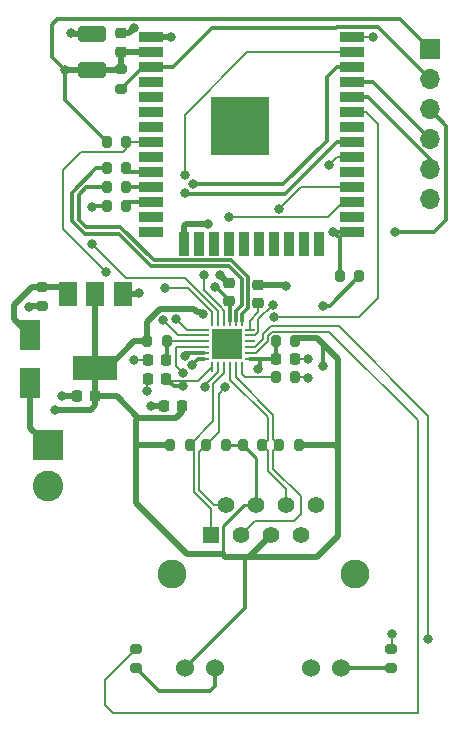
<source format=gbr>
%TF.GenerationSoftware,KiCad,Pcbnew,6.0.4*%
%TF.CreationDate,2022-06-16T01:35:27+03:00*%
%TF.ProjectId,MULTIGW,4d554c54-4947-4572-9e6b-696361645f70,rev?*%
%TF.SameCoordinates,Original*%
%TF.FileFunction,Copper,L1,Top*%
%TF.FilePolarity,Positive*%
%FSLAX46Y46*%
G04 Gerber Fmt 4.6, Leading zero omitted, Abs format (unit mm)*
G04 Created by KiCad (PCBNEW 6.0.4) date 2022-06-16 01:35:27*
%MOMM*%
%LPD*%
G01*
G04 APERTURE LIST*
G04 Aperture macros list*
%AMRoundRect*
0 Rectangle with rounded corners*
0 $1 Rounding radius*
0 $2 $3 $4 $5 $6 $7 $8 $9 X,Y pos of 4 corners*
0 Add a 4 corners polygon primitive as box body*
4,1,4,$2,$3,$4,$5,$6,$7,$8,$9,$2,$3,0*
0 Add four circle primitives for the rounded corners*
1,1,$1+$1,$2,$3*
1,1,$1+$1,$4,$5*
1,1,$1+$1,$6,$7*
1,1,$1+$1,$8,$9*
0 Add four rect primitives between the rounded corners*
20,1,$1+$1,$2,$3,$4,$5,0*
20,1,$1+$1,$4,$5,$6,$7,0*
20,1,$1+$1,$6,$7,$8,$9,0*
20,1,$1+$1,$8,$9,$2,$3,0*%
G04 Aperture macros list end*
%TA.AperFunction,SMDPad,CuDef*%
%ADD10RoundRect,0.200000X-0.275000X0.200000X-0.275000X-0.200000X0.275000X-0.200000X0.275000X0.200000X0*%
%TD*%
%TA.AperFunction,SMDPad,CuDef*%
%ADD11RoundRect,0.200000X0.200000X0.275000X-0.200000X0.275000X-0.200000X-0.275000X0.200000X-0.275000X0*%
%TD*%
%TA.AperFunction,SMDPad,CuDef*%
%ADD12RoundRect,0.200000X-0.200000X-0.275000X0.200000X-0.275000X0.200000X0.275000X-0.200000X0.275000X0*%
%TD*%
%TA.AperFunction,SMDPad,CuDef*%
%ADD13RoundRect,0.062500X0.350000X0.062500X-0.350000X0.062500X-0.350000X-0.062500X0.350000X-0.062500X0*%
%TD*%
%TA.AperFunction,SMDPad,CuDef*%
%ADD14RoundRect,0.062500X0.062500X0.350000X-0.062500X0.350000X-0.062500X-0.350000X0.062500X-0.350000X0*%
%TD*%
%TA.AperFunction,SMDPad,CuDef*%
%ADD15R,2.600000X2.600000*%
%TD*%
%TA.AperFunction,SMDPad,CuDef*%
%ADD16RoundRect,0.250000X0.925000X-0.412500X0.925000X0.412500X-0.925000X0.412500X-0.925000X-0.412500X0*%
%TD*%
%TA.AperFunction,SMDPad,CuDef*%
%ADD17RoundRect,0.225000X0.225000X0.250000X-0.225000X0.250000X-0.225000X-0.250000X0.225000X-0.250000X0*%
%TD*%
%TA.AperFunction,SMDPad,CuDef*%
%ADD18R,2.000000X0.900000*%
%TD*%
%TA.AperFunction,SMDPad,CuDef*%
%ADD19R,0.900000X2.000000*%
%TD*%
%TA.AperFunction,SMDPad,CuDef*%
%ADD20R,5.000000X5.000000*%
%TD*%
%TA.AperFunction,SMDPad,CuDef*%
%ADD21RoundRect,0.225000X-0.225000X-0.250000X0.225000X-0.250000X0.225000X0.250000X-0.225000X0.250000X0*%
%TD*%
%TA.AperFunction,SMDPad,CuDef*%
%ADD22RoundRect,0.225000X-0.250000X0.225000X-0.250000X-0.225000X0.250000X-0.225000X0.250000X0.225000X0*%
%TD*%
%TA.AperFunction,SMDPad,CuDef*%
%ADD23RoundRect,0.200000X0.275000X-0.200000X0.275000X0.200000X-0.275000X0.200000X-0.275000X-0.200000X0*%
%TD*%
%TA.AperFunction,ComponentPad*%
%ADD24R,1.700000X1.700000*%
%TD*%
%TA.AperFunction,ComponentPad*%
%ADD25O,1.700000X1.700000*%
%TD*%
%TA.AperFunction,ComponentPad*%
%ADD26R,2.600000X2.600000*%
%TD*%
%TA.AperFunction,ComponentPad*%
%ADD27C,2.600000*%
%TD*%
%TA.AperFunction,SMDPad,CuDef*%
%ADD28RoundRect,0.225000X0.250000X-0.225000X0.250000X0.225000X-0.250000X0.225000X-0.250000X-0.225000X0*%
%TD*%
%TA.AperFunction,SMDPad,CuDef*%
%ADD29R,1.800000X2.500000*%
%TD*%
%TA.AperFunction,ComponentPad*%
%ADD30R,1.398000X1.398000*%
%TD*%
%TA.AperFunction,ComponentPad*%
%ADD31C,1.398000*%
%TD*%
%TA.AperFunction,ComponentPad*%
%ADD32C,1.530000*%
%TD*%
%TA.AperFunction,ComponentPad*%
%ADD33C,2.445000*%
%TD*%
%TA.AperFunction,SMDPad,CuDef*%
%ADD34R,1.500000X2.000000*%
%TD*%
%TA.AperFunction,SMDPad,CuDef*%
%ADD35R,3.800000X2.000000*%
%TD*%
%TA.AperFunction,ViaPad*%
%ADD36C,0.800000*%
%TD*%
%TA.AperFunction,Conductor*%
%ADD37C,0.500000*%
%TD*%
%TA.AperFunction,Conductor*%
%ADD38C,0.200000*%
%TD*%
%TA.AperFunction,Conductor*%
%ADD39C,0.300000*%
%TD*%
%TA.AperFunction,Conductor*%
%ADD40C,0.250000*%
%TD*%
G04 APERTURE END LIST*
D10*
%TO.P,R14,1*%
%TO.N,/PHY_L1*%
X128500000Y-113525000D03*
%TO.P,R14,2*%
%TO.N,Net-(J1-Pad12)*%
X128500000Y-115175000D03*
%TD*%
D11*
%TO.P,L1,1*%
%TO.N,+3V3*%
X120425000Y-87500000D03*
%TO.P,L1,2*%
%TO.N,Net-(C10-Pad1)*%
X118775000Y-87500000D03*
%TD*%
D12*
%TO.P,R11,1*%
%TO.N,Net-(R11-Pad1)*%
X118775000Y-90550000D03*
%TO.P,R11,2*%
%TO.N,GND*%
X120425000Y-90550000D03*
%TD*%
D11*
%TO.P,R9,1*%
%TO.N,/ETH_RXD1*%
X106125000Y-74460000D03*
%TO.P,R9,2*%
%TO.N,Net-(R9-Pad2)*%
X104475000Y-74460000D03*
%TD*%
D13*
%TO.P,U3,1,VDD2A*%
%TO.N,Net-(C10-Pad1)*%
X116587500Y-89000000D03*
%TO.P,U3,2,LED2/nINTSEL*%
%TO.N,/PHY_L2*%
X116587500Y-88500000D03*
%TO.P,U3,3,LED1/REGOFF*%
%TO.N,/PHY_L1*%
X116587500Y-88000000D03*
%TO.P,U3,4,XTAL2*%
%TO.N,unconnected-(U3-Pad4)*%
X116587500Y-87500000D03*
%TO.P,U3,5,XTAL1/CLKIN*%
%TO.N,/ETH_CLK*%
X116587500Y-87000000D03*
%TO.P,U3,6,VDDCR*%
%TO.N,/VDDCR*%
X116587500Y-86500000D03*
D14*
%TO.P,U3,7,RXD1/MODE1*%
%TO.N,Net-(R9-Pad2)*%
X115900000Y-85812500D03*
%TO.P,U3,8,RXD0/MODE0*%
%TO.N,Net-(R8-Pad2)*%
X115400000Y-85812500D03*
%TO.P,U3,9,VDDIO*%
%TO.N,+3V3*%
X114900000Y-85812500D03*
%TO.P,U3,10,RXER/PHYAD0*%
%TO.N,/PHY_RXER*%
X114400000Y-85812500D03*
%TO.P,U3,11,CRS_DV/MODE2*%
%TO.N,Net-(R10-Pad2)*%
X113900000Y-85812500D03*
%TO.P,U3,12,MDIO*%
%TO.N,/ETH_MDIO*%
X113400000Y-85812500D03*
D13*
%TO.P,U3,13,MDC*%
%TO.N,/ETH_MDC*%
X112712500Y-86500000D03*
%TO.P,U3,14,INT/REFCLKO*%
%TO.N,/PHY_INT*%
X112712500Y-87000000D03*
%TO.P,U3,15,RST*%
%TO.N,/PHY_RST*%
X112712500Y-87500000D03*
%TO.P,U3,16,TXEN*%
%TO.N,/ETH_TXEN*%
X112712500Y-88000000D03*
%TO.P,U3,17,TXD0*%
%TO.N,/ETH_TXD0*%
X112712500Y-88500000D03*
%TO.P,U3,18,TXD1*%
%TO.N,/ETH_TXD1*%
X112712500Y-89000000D03*
D14*
%TO.P,U3,19,VDD1A*%
%TO.N,Net-(C10-Pad1)*%
X113400000Y-89687500D03*
%TO.P,U3,20,TXN*%
%TO.N,/TX-*%
X113900000Y-89687500D03*
%TO.P,U3,21,TXP*%
%TO.N,/TX+*%
X114400000Y-89687500D03*
%TO.P,U3,22,RXN*%
%TO.N,/RX-*%
X114900000Y-89687500D03*
%TO.P,U3,23,RXP*%
%TO.N,/RX+*%
X115400000Y-89687500D03*
%TO.P,U3,24,RBIAS*%
%TO.N,Net-(R11-Pad1)*%
X115900000Y-89687500D03*
D15*
%TO.P,U3,25,VSS*%
%TO.N,GND*%
X114650000Y-87750000D03*
%TD*%
D16*
%TO.P,C4,1*%
%TO.N,+3V3*%
X103200000Y-64537500D03*
%TO.P,C4,2*%
%TO.N,GND*%
X103200000Y-61462500D03*
%TD*%
D17*
%TO.P,C2,1*%
%TO.N,+3V3*%
X103475000Y-92100000D03*
%TO.P,C2,2*%
%TO.N,GND*%
X101925000Y-92100000D03*
%TD*%
D18*
%TO.P,U2,1,GND*%
%TO.N,GND*%
X108240000Y-61755000D03*
%TO.P,U2,2,VDD*%
%TO.N,+3V3*%
X108240000Y-63025000D03*
%TO.P,U2,3,EN*%
%TO.N,/EN*%
X108240000Y-64295000D03*
%TO.P,U2,4,SENSOR_VP*%
%TO.N,unconnected-(U2-Pad4)*%
X108240000Y-65565000D03*
%TO.P,U2,5,SENSOR_VN*%
%TO.N,unconnected-(U2-Pad5)*%
X108240000Y-66835000D03*
%TO.P,U2,6,IO34*%
%TO.N,unconnected-(U2-Pad6)*%
X108240000Y-68105000D03*
%TO.P,U2,7,IO35*%
%TO.N,unconnected-(U2-Pad7)*%
X108240000Y-69375000D03*
%TO.P,U2,8,IO32*%
%TO.N,/PHY_INT*%
X108240000Y-70645000D03*
%TO.P,U2,9,IO33*%
%TO.N,unconnected-(U2-Pad9)*%
X108240000Y-71915000D03*
%TO.P,U2,10,IO25*%
%TO.N,/ETH_RXD0*%
X108240000Y-73185000D03*
%TO.P,U2,11,IO26*%
%TO.N,/ETH_RXD1*%
X108240000Y-74455000D03*
%TO.P,U2,12,IO27*%
%TO.N,/ETH_CRS_DV*%
X108240000Y-75725000D03*
%TO.P,U2,13,IO14*%
%TO.N,unconnected-(U2-Pad13)*%
X108240000Y-76995000D03*
%TO.P,U2,14,IO12*%
%TO.N,unconnected-(U2-Pad14)*%
X108240000Y-78265000D03*
D19*
%TO.P,U2,15,GND*%
%TO.N,GND*%
X111025000Y-79265000D03*
%TO.P,U2,16,IO13*%
%TO.N,unconnected-(U2-Pad16)*%
X112295000Y-79265000D03*
%TO.P,U2,17,SHD/SD2*%
%TO.N,unconnected-(U2-Pad17)*%
X113565000Y-79265000D03*
%TO.P,U2,18,SWP/SD3*%
%TO.N,unconnected-(U2-Pad18)*%
X114835000Y-79265000D03*
%TO.P,U2,19,SCS/CMD*%
%TO.N,unconnected-(U2-Pad19)*%
X116105000Y-79265000D03*
%TO.P,U2,20,SCK/CLK*%
%TO.N,unconnected-(U2-Pad20)*%
X117375000Y-79265000D03*
%TO.P,U2,21,SDO/SD0*%
%TO.N,unconnected-(U2-Pad21)*%
X118645000Y-79265000D03*
%TO.P,U2,22,SDI/SD1*%
%TO.N,unconnected-(U2-Pad22)*%
X119915000Y-79265000D03*
%TO.P,U2,23,IO15*%
%TO.N,unconnected-(U2-Pad23)*%
X121185000Y-79265000D03*
%TO.P,U2,24,IO2*%
%TO.N,unconnected-(U2-Pad24)*%
X122455000Y-79265000D03*
D18*
%TO.P,U2,25,IO0*%
%TO.N,/BOOT0*%
X125240000Y-78265000D03*
%TO.P,U2,26,IO4*%
%TO.N,unconnected-(U2-Pad26)*%
X125240000Y-76995000D03*
%TO.P,U2,27,IO16*%
%TO.N,/PHY_RXER*%
X125240000Y-75725000D03*
%TO.P,U2,28,IO17*%
%TO.N,/ETH_CLK*%
X125240000Y-74455000D03*
%TO.P,U2,29,IO5*%
%TO.N,unconnected-(U2-Pad29)*%
X125240000Y-73185000D03*
%TO.P,U2,30,IO18*%
%TO.N,/ETH_MDIO*%
X125240000Y-71915000D03*
%TO.P,U2,31,IO19*%
%TO.N,/ETH_TXD0*%
X125240000Y-70645000D03*
%TO.P,U2,32,NC*%
%TO.N,unconnected-(U2-Pad32)*%
X125240000Y-69375000D03*
%TO.P,U2,33,IO21*%
%TO.N,/ETH_TXEN*%
X125240000Y-68105000D03*
%TO.P,U2,34,RXD0/IO3*%
%TO.N,/RX*%
X125240000Y-66835000D03*
%TO.P,U2,35,TXD0/IO1*%
%TO.N,/TX*%
X125240000Y-65565000D03*
%TO.P,U2,36,IO22*%
%TO.N,/ETH_TXD1*%
X125240000Y-64295000D03*
%TO.P,U2,37,IO23*%
%TO.N,/ETH_MDC*%
X125240000Y-63025000D03*
%TO.P,U2,38,GND*%
%TO.N,GND*%
X125240000Y-61755000D03*
D20*
%TO.P,U2,39,GND*%
X115740000Y-69255000D03*
%TD*%
D21*
%TO.P,C8,1*%
%TO.N,Net-(C10-Pad1)*%
X118825000Y-89000000D03*
%TO.P,C8,2*%
%TO.N,GND*%
X120375000Y-89000000D03*
%TD*%
D22*
%TO.P,C7,1*%
%TO.N,GND*%
X114800000Y-82525000D03*
%TO.P,C7,2*%
%TO.N,+3V3*%
X114800000Y-84075000D03*
%TD*%
D23*
%TO.P,R6,1*%
%TO.N,/EN*%
X105700000Y-66125000D03*
%TO.P,R6,2*%
%TO.N,+3V3*%
X105700000Y-64475000D03*
%TD*%
D12*
%TO.P,R3,1*%
%TO.N,/RX+*%
X119075000Y-96300000D03*
%TO.P,R3,2*%
%TO.N,+3V3*%
X120725000Y-96300000D03*
%TD*%
D10*
%TO.P,R5,1*%
%TO.N,/PHY_L2*%
X106950000Y-113525000D03*
%TO.P,R5,2*%
%TO.N,Net-(J1-Pad10)*%
X106950000Y-115175000D03*
%TD*%
D24*
%TO.P,J2,1,Pin_1*%
%TO.N,+3V3*%
X131800000Y-62750000D03*
D25*
%TO.P,J2,2,Pin_2*%
%TO.N,/EN*%
X131800000Y-65290000D03*
%TO.P,J2,3,Pin_3*%
%TO.N,/BOOT0*%
X131800000Y-67830000D03*
%TO.P,J2,4,Pin_4*%
%TO.N,/TX*%
X131800000Y-70370000D03*
%TO.P,J2,5,Pin_5*%
%TO.N,/RX*%
X131800000Y-72910000D03*
%TO.P,J2,6,Pin_6*%
%TO.N,GND*%
X131800000Y-75450000D03*
%TD*%
D11*
%TO.P,R8,1*%
%TO.N,/ETH_RXD0*%
X106125000Y-72860000D03*
%TO.P,R8,2*%
%TO.N,Net-(R8-Pad2)*%
X104475000Y-72860000D03*
%TD*%
D26*
%TO.P,J3,1,Pin_1*%
%TO.N,VBUS*%
X99455000Y-96250000D03*
D27*
%TO.P,J3,2,Pin_2*%
%TO.N,GND*%
X99455000Y-99750000D03*
%TD*%
D28*
%TO.P,C3,1*%
%TO.N,+3V3*%
X105700000Y-62975000D03*
%TO.P,C3,2*%
%TO.N,GND*%
X105700000Y-61425000D03*
%TD*%
D10*
%TO.P,C1,1*%
%TO.N,Net-(C1-Pad1)*%
X99000000Y-82875000D03*
%TO.P,C1,2*%
%TO.N,GND*%
X99000000Y-84525000D03*
%TD*%
D21*
%TO.P,C6,1*%
%TO.N,GND*%
X109275000Y-92950000D03*
%TO.P,C6,2*%
%TO.N,+3V3*%
X110825000Y-92950000D03*
%TD*%
D29*
%TO.P,D1,1,K*%
%TO.N,Net-(C1-Pad1)*%
X98000000Y-87000000D03*
%TO.P,D1,2,A*%
%TO.N,VBUS*%
X98000000Y-91000000D03*
%TD*%
D12*
%TO.P,R7,1*%
%TO.N,/BOOT0*%
X124175000Y-82000000D03*
%TO.P,R7,2*%
%TO.N,+3V3*%
X125825000Y-82000000D03*
%TD*%
D11*
%TO.P,R10,1*%
%TO.N,/ETH_CRS_DV*%
X106125000Y-76060000D03*
%TO.P,R10,2*%
%TO.N,Net-(R10-Pad2)*%
X104475000Y-76060000D03*
%TD*%
D30*
%TO.P,J1,1*%
%TO.N,/TX+*%
X113250000Y-103900000D03*
D31*
%TO.P,J1,2*%
%TO.N,/TX-*%
X114520000Y-101360000D03*
%TO.P,J1,3*%
%TO.N,/RX+*%
X115790000Y-103900000D03*
%TO.P,J1,4*%
%TO.N,+3V3*%
X117060000Y-101360000D03*
%TO.P,J1,5*%
X118330000Y-103900000D03*
%TO.P,J1,6*%
%TO.N,/RX-*%
X119600000Y-101360000D03*
%TO.P,J1,7*%
%TO.N,N/C*%
X120870000Y-103900000D03*
%TO.P,J1,8*%
%TO.N,GND*%
X122140000Y-101360000D03*
D32*
%TO.P,J1,9*%
%TO.N,+3V3*%
X111075000Y-115150000D03*
%TO.P,J1,10*%
%TO.N,Net-(J1-Pad10)*%
X113615000Y-115150000D03*
%TO.P,J1,11*%
%TO.N,GND*%
X121785000Y-115150000D03*
%TO.P,J1,12*%
%TO.N,Net-(J1-Pad12)*%
X124325000Y-115150000D03*
D33*
%TO.P,J1,15,SHIELD*%
%TO.N,GND*%
X109955000Y-107200000D03*
%TO.P,J1,16,SHIELD*%
X125445000Y-107200000D03*
%TD*%
D11*
%TO.P,R1,1*%
%TO.N,/TX+*%
X111475000Y-96300000D03*
%TO.P,R1,2*%
%TO.N,+3V3*%
X109825000Y-96300000D03*
%TD*%
D12*
%TO.P,R2,1*%
%TO.N,/TX-*%
X112875000Y-96300000D03*
%TO.P,R2,2*%
%TO.N,+3V3*%
X114525000Y-96300000D03*
%TD*%
D17*
%TO.P,C10,1*%
%TO.N,Net-(C10-Pad1)*%
X109475000Y-90650000D03*
%TO.P,C10,2*%
%TO.N,GND*%
X107925000Y-90650000D03*
%TD*%
D11*
%TO.P,R4,1*%
%TO.N,/RX-*%
X117625000Y-96300000D03*
%TO.P,R4,2*%
%TO.N,+3V3*%
X115975000Y-96300000D03*
%TD*%
%TO.P,R13,1*%
%TO.N,/PHY_INT*%
X106125000Y-70600000D03*
%TO.P,R13,2*%
%TO.N,+3V3*%
X104475000Y-70600000D03*
%TD*%
D28*
%TO.P,C9,1*%
%TO.N,/VDDCR*%
X117300000Y-84275000D03*
%TO.P,C9,2*%
%TO.N,GND*%
X117300000Y-82725000D03*
%TD*%
D34*
%TO.P,U1,1,GND*%
%TO.N,GND*%
X105800000Y-83450000D03*
%TO.P,U1,2,VO*%
%TO.N,+3V3*%
X103500000Y-83450000D03*
D35*
X103500000Y-89750000D03*
D34*
%TO.P,U1,3,VI*%
%TO.N,Net-(C1-Pad1)*%
X101200000Y-83450000D03*
%TD*%
D12*
%TO.P,R12,1*%
%TO.N,+3V3*%
X107875000Y-87500000D03*
%TO.P,R12,2*%
%TO.N,/PHY_RST*%
X109525000Y-87500000D03*
%TD*%
D17*
%TO.P,C11,1*%
%TO.N,/PHY_RST*%
X109475000Y-89050000D03*
%TO.P,C11,2*%
%TO.N,GND*%
X107925000Y-89050000D03*
%TD*%
D36*
%TO.N,GND*%
X97900000Y-84600000D03*
X127000000Y-61700000D03*
X100700000Y-92100000D03*
X106800000Y-61000000D03*
X107200000Y-83400000D03*
X114049536Y-81863522D03*
X109900000Y-61700000D03*
X121500000Y-89000000D03*
X121500000Y-90600000D03*
X108200000Y-93000000D03*
X114700000Y-87800000D03*
X101400000Y-61400000D03*
X106800000Y-89100000D03*
X107900000Y-91700000D03*
X113000000Y-77600000D03*
X119600000Y-82800000D03*
X115800000Y-69200000D03*
%TO.N,+3V3*%
X113600000Y-82900000D03*
X112573470Y-85184484D03*
X100100000Y-93300000D03*
X100900000Y-64500000D03*
X122800000Y-89600000D03*
X122800000Y-84500000D03*
%TO.N,Net-(C10-Pad1)*%
X117300000Y-89800000D03*
X110900000Y-91300000D03*
%TO.N,/TX-*%
X112800500Y-91399011D03*
X114500000Y-91400000D03*
%TO.N,/PHY_L1*%
X128600000Y-112300000D03*
X131700000Y-112700000D03*
%TO.N,/BOOT0*%
X128900000Y-78200000D03*
X123600000Y-78200000D03*
%TO.N,Net-(R10-Pad2)*%
X103200000Y-76100000D03*
X103200000Y-79300000D03*
%TO.N,/PHY_INT*%
X104400000Y-81600000D03*
X109200000Y-85700000D03*
%TO.N,/PHY_RXER*%
X114800000Y-77000000D03*
X112700000Y-81863534D03*
%TO.N,/ETH_CLK*%
X118500000Y-84400000D03*
X119059788Y-76300500D03*
%TO.N,/ETH_MDIO*%
X123300000Y-72600000D03*
X109400000Y-83000000D03*
%TO.N,/ETH_TXD0*%
X111082456Y-88699500D03*
X111062647Y-74924053D03*
%TO.N,/ETH_TXEN*%
X118600000Y-85400000D03*
X110900000Y-90200000D03*
%TO.N,/ETH_TXD1*%
X111692948Y-89490894D03*
X111800000Y-74200000D03*
%TO.N,/ETH_MDC*%
X110357360Y-85612829D03*
X111100000Y-73400000D03*
%TD*%
D37*
%TO.N,Net-(C1-Pad1)*%
X96600000Y-84400000D02*
X98125000Y-82875000D01*
X96600000Y-85600000D02*
X96600000Y-84400000D01*
X98125000Y-82875000D02*
X99000000Y-82875000D01*
X98000000Y-87000000D02*
X96600000Y-85600000D01*
X100625000Y-82875000D02*
X101200000Y-83450000D01*
X99000000Y-82875000D02*
X100625000Y-82875000D01*
%TO.N,GND*%
X103200000Y-61462500D02*
X101462500Y-61462500D01*
X105700000Y-61425000D02*
X106375000Y-61425000D01*
X101462500Y-61462500D02*
X101400000Y-61400000D01*
X111025000Y-79265000D02*
X111025000Y-77765000D01*
D38*
X120425000Y-90550000D02*
X121450000Y-90550000D01*
X121450000Y-90550000D02*
X121500000Y-90600000D01*
D37*
X107150000Y-83450000D02*
X107200000Y-83400000D01*
X101925000Y-92100000D02*
X100700000Y-92100000D01*
X105800000Y-83450000D02*
X107150000Y-83450000D01*
X108250000Y-92950000D02*
X108200000Y-93000000D01*
X106375000Y-61425000D02*
X106800000Y-61000000D01*
X114800000Y-82525000D02*
X114711014Y-82525000D01*
D38*
X107925000Y-90650000D02*
X107900000Y-90675000D01*
D37*
X119525000Y-82725000D02*
X119600000Y-82800000D01*
X114711014Y-82525000D02*
X114049536Y-81863522D01*
D38*
X125240000Y-61755000D02*
X126945000Y-61755000D01*
D37*
X109275000Y-92950000D02*
X108250000Y-92950000D01*
X111025000Y-77765000D02*
X111190000Y-77600000D01*
D38*
X107900000Y-90675000D02*
X107900000Y-91700000D01*
D37*
X108240000Y-61755000D02*
X109845000Y-61755000D01*
X109845000Y-61755000D02*
X109900000Y-61700000D01*
D38*
X126945000Y-61755000D02*
X127000000Y-61700000D01*
X107925000Y-89050000D02*
X106850000Y-89050000D01*
D37*
X99000000Y-84525000D02*
X97975000Y-84525000D01*
X117300000Y-82725000D02*
X119525000Y-82725000D01*
D38*
X120375000Y-89000000D02*
X121500000Y-89000000D01*
X106850000Y-89050000D02*
X106800000Y-89100000D01*
D37*
X97975000Y-84525000D02*
X97900000Y-84600000D01*
X111190000Y-77600000D02*
X113000000Y-77600000D01*
%TO.N,+3V3*%
X105637500Y-64537500D02*
X105700000Y-64475000D01*
X114500000Y-105750000D02*
X114277989Y-105527989D01*
X114277989Y-105527989D02*
X111277989Y-105527989D01*
X120700009Y-87224991D02*
X120425000Y-87500000D01*
X116250000Y-105750000D02*
X116150000Y-105750000D01*
X107875000Y-87500000D02*
X107875000Y-85823623D01*
D39*
X99800000Y-63400000D02*
X100900000Y-64500000D01*
D37*
X110350000Y-93950000D02*
X110825000Y-93475000D01*
D39*
X114900000Y-84175000D02*
X114800000Y-84075000D01*
X100249501Y-60250499D02*
X99800000Y-60700000D01*
D37*
X124000000Y-104000000D02*
X124000000Y-98000000D01*
X106900000Y-101150000D02*
X106900000Y-96200000D01*
X122250000Y-105750000D02*
X124000000Y-104000000D01*
X111877711Y-84763328D02*
X112101572Y-84987190D01*
X103475000Y-92100000D02*
X103475000Y-92925000D01*
D39*
X125825000Y-82000000D02*
X123325000Y-84500000D01*
D40*
X117060000Y-97385000D02*
X117060000Y-101360000D01*
X117060000Y-101360000D02*
X116071465Y-101360000D01*
D37*
X103162500Y-64500000D02*
X103200000Y-64537500D01*
X103500000Y-92075000D02*
X103475000Y-92100000D01*
D39*
X114800000Y-84075000D02*
X114800000Y-84012493D01*
X123325000Y-84500000D02*
X122800000Y-84500000D01*
D40*
X114525000Y-96300000D02*
X115975000Y-96300000D01*
D37*
X124000000Y-96500000D02*
X123800000Y-96300000D01*
X103500000Y-89750000D02*
X104550000Y-89750000D01*
X106900000Y-96200000D02*
X106900000Y-94200000D01*
D40*
X115975000Y-96300000D02*
X117060000Y-97385000D01*
D37*
X112376176Y-84987190D02*
X112573470Y-85184484D01*
X112101572Y-84987190D02*
X112376176Y-84987190D01*
X110825000Y-93475000D02*
X110825000Y-92950000D01*
D39*
X116150000Y-110075000D02*
X116150000Y-105750000D01*
D37*
X103500000Y-83450000D02*
X103500000Y-89750000D01*
X108935295Y-84763328D02*
X111877711Y-84763328D01*
D39*
X100900000Y-67025000D02*
X100900000Y-64500000D01*
D37*
X103475000Y-92925000D02*
X103100000Y-93300000D01*
X105700000Y-62975000D02*
X108190000Y-62975000D01*
X105700000Y-64475000D02*
X105700000Y-62975000D01*
X116250000Y-105750000D02*
X122250000Y-105750000D01*
X116150000Y-105750000D02*
X114500000Y-105750000D01*
X123800000Y-96300000D02*
X120725000Y-96300000D01*
D39*
X131800000Y-62750000D02*
X129300499Y-60250499D01*
X122800000Y-89600000D02*
X122800000Y-88000000D01*
D37*
X122224991Y-87224991D02*
X120700009Y-87224991D01*
X109825000Y-96300000D02*
X107000000Y-96300000D01*
X124000000Y-89000000D02*
X122900000Y-87900000D01*
X124000000Y-96500000D02*
X124000000Y-89000000D01*
X107875000Y-85823623D02*
X108935295Y-84763328D01*
X107000000Y-96300000D02*
X106900000Y-96200000D01*
D39*
X129300499Y-60250499D02*
X100249501Y-60250499D01*
X111075000Y-115150000D02*
X116150000Y-110075000D01*
D37*
X106900000Y-94200000D02*
X107150000Y-93950000D01*
D39*
X114800000Y-84012493D02*
X113687507Y-82900000D01*
X113687507Y-82900000D02*
X113600000Y-82900000D01*
X99800000Y-60700000D02*
X99800000Y-63400000D01*
D37*
X100900000Y-64500000D02*
X103162500Y-64500000D01*
X103500000Y-89750000D02*
X103500000Y-92075000D01*
X103100000Y-93300000D02*
X100100000Y-93300000D01*
X116480000Y-105750000D02*
X116250000Y-105750000D01*
D40*
X116071465Y-101360000D02*
X114277989Y-103153476D01*
D37*
X124000000Y-98000000D02*
X124000000Y-96500000D01*
X103200000Y-64537500D02*
X105637500Y-64537500D01*
X107150000Y-93950000D02*
X110350000Y-93950000D01*
D39*
X114900000Y-85812500D02*
X114900000Y-84175000D01*
D40*
X114277989Y-103153476D02*
X114277989Y-105527989D01*
D39*
X122800000Y-88000000D02*
X122900000Y-87900000D01*
D37*
X103475000Y-92100000D02*
X105300000Y-92100000D01*
X118330000Y-103900000D02*
X116480000Y-105750000D01*
X106800000Y-87500000D02*
X107875000Y-87500000D01*
X108190000Y-62975000D02*
X108240000Y-63025000D01*
X111277989Y-105527989D02*
X106900000Y-101150000D01*
X104550000Y-89750000D02*
X106800000Y-87500000D01*
X105300000Y-92100000D02*
X107150000Y-93950000D01*
D39*
X104475000Y-70600000D02*
X100900000Y-67025000D01*
D37*
X122900000Y-87900000D02*
X122224991Y-87224991D01*
D38*
%TO.N,Net-(C10-Pad1)*%
X109475000Y-90650000D02*
X109724501Y-90899501D01*
X112187999Y-90899501D02*
X113400000Y-89687500D01*
D39*
X110900000Y-91300000D02*
X110125000Y-91300000D01*
X117400000Y-89700000D02*
X117300000Y-89800000D01*
D38*
X109724501Y-90899501D02*
X112187999Y-90899501D01*
D39*
X118775000Y-88950000D02*
X118825000Y-89000000D01*
X110125000Y-91300000D02*
X109475000Y-90650000D01*
X116587500Y-89000000D02*
X117400000Y-89000000D01*
X118775000Y-87500000D02*
X118775000Y-88950000D01*
X117400000Y-89000000D02*
X118825000Y-89000000D01*
X117400000Y-89000000D02*
X117400000Y-89700000D01*
D38*
%TO.N,/VDDCR*%
X117300000Y-85035006D02*
X117300000Y-84275000D01*
X116587500Y-85747506D02*
X117300000Y-85035006D01*
X116587500Y-86500000D02*
X116587500Y-85747506D01*
%TO.N,/PHY_RST*%
X112712500Y-87500000D02*
X109525000Y-87500000D01*
D39*
X109475000Y-89050000D02*
X109525000Y-89000000D01*
X109525000Y-89000000D02*
X109525000Y-87500000D01*
D37*
%TO.N,VBUS*%
X98000000Y-94795000D02*
X99455000Y-96250000D01*
X98000000Y-91000000D02*
X98000000Y-94795000D01*
D38*
%TO.N,/TX+*%
X113250000Y-103900000D02*
X113250000Y-101678199D01*
X111825000Y-96650000D02*
X111475000Y-96300000D01*
X111475000Y-96300000D02*
X113500000Y-94275000D01*
X111825000Y-100253199D02*
X111825000Y-96650000D01*
X114400000Y-90181800D02*
X114400000Y-89687500D01*
X113500000Y-94275000D02*
X113500000Y-91081800D01*
X113500000Y-91081800D02*
X114400000Y-90181800D01*
X113250000Y-101678199D02*
X111825000Y-100253199D01*
%TO.N,/TX-*%
X112800500Y-91211511D02*
X112800500Y-91399011D01*
X112275000Y-96900000D02*
X112875000Y-96300000D01*
X113977840Y-91922160D02*
X114500000Y-91400000D01*
X113900000Y-90112011D02*
X112800500Y-91211511D01*
X112875000Y-96300000D02*
X113977840Y-95197160D01*
X112275000Y-100066801D02*
X112275000Y-96900000D01*
X113568199Y-101360000D02*
X112275000Y-100066801D01*
X114520000Y-101360000D02*
X113568199Y-101360000D01*
X113977840Y-95197160D02*
X113977840Y-91922160D01*
X113900000Y-89687500D02*
X113900000Y-90112011D01*
%TO.N,/RX+*%
X115790000Y-103900000D02*
X116990000Y-102700000D01*
X120300000Y-102700000D02*
X120900000Y-102100000D01*
X116990000Y-102700000D02*
X120300000Y-102700000D01*
X118575001Y-96799999D02*
X119075000Y-96300000D01*
X115375001Y-89712499D02*
X115375001Y-90556801D01*
X120900000Y-102100000D02*
X120900000Y-100631800D01*
X118525000Y-93706800D02*
X118525000Y-95750000D01*
X115375001Y-90556801D02*
X118525000Y-93706800D01*
X120900000Y-100631800D02*
X118575001Y-98306801D01*
X115400000Y-89687500D02*
X115375001Y-89712499D01*
X118525000Y-95750000D02*
X119075000Y-96300000D01*
X118575001Y-98306801D02*
X118575001Y-96799999D01*
%TO.N,/RX-*%
X118124999Y-96799999D02*
X117625000Y-96300000D01*
X119600000Y-99968200D02*
X118124999Y-98493199D01*
X118075000Y-95850000D02*
X117625000Y-96300000D01*
X118075000Y-93893200D02*
X118075000Y-95850000D01*
X118124999Y-98493199D02*
X118124999Y-96799999D01*
X119600000Y-101360000D02*
X119600000Y-99968200D01*
X114900000Y-89687500D02*
X114924999Y-89712499D01*
X114924999Y-89712499D02*
X114924999Y-90743199D01*
X114924999Y-90743199D02*
X118075000Y-93893200D01*
D39*
%TO.N,Net-(J1-Pad10)*%
X113615000Y-116685000D02*
X113615000Y-115150000D01*
X108875000Y-117100000D02*
X113200000Y-117100000D01*
X113200000Y-117100000D02*
X113615000Y-116685000D01*
X106950000Y-115175000D02*
X108875000Y-117100000D01*
D38*
%TO.N,/PHY_L1*%
X124100000Y-86200000D02*
X131700000Y-93800000D01*
X116587500Y-88000000D02*
X117011973Y-88000000D01*
X131700000Y-93800000D02*
X131700000Y-112700000D01*
X128600000Y-113425000D02*
X128500000Y-113525000D01*
X117675969Y-87336004D02*
X117675970Y-86852609D01*
X117675970Y-86852609D02*
X118328579Y-86200000D01*
X117011973Y-88000000D02*
X117675969Y-87336004D01*
X128600000Y-112300000D02*
X128600000Y-113425000D01*
X118328579Y-86200000D02*
X124100000Y-86200000D01*
%TO.N,/PHY_L2*%
X130800000Y-119000000D02*
X105000000Y-119000000D01*
X104300000Y-118300000D02*
X104300000Y-116175000D01*
X118075479Y-87501487D02*
X118075479Y-87018094D01*
X117076966Y-88500000D02*
X118075479Y-87501487D01*
X130800000Y-94200000D02*
X130800000Y-119000000D01*
X104300000Y-116175000D02*
X106950000Y-113525000D01*
X116587500Y-88500000D02*
X117076966Y-88500000D01*
X118075479Y-87018094D02*
X118418093Y-86675480D01*
X105000000Y-119000000D02*
X104300000Y-118300000D01*
X118418093Y-86675480D02*
X123275480Y-86675480D01*
X123275480Y-86675480D02*
X130800000Y-94200000D01*
D39*
%TO.N,/EN*%
X107530000Y-64295000D02*
X108240000Y-64295000D01*
X113400000Y-61000000D02*
X123890489Y-61000000D01*
X108240000Y-64295000D02*
X110105000Y-64295000D01*
X123890489Y-61000000D02*
X123990489Y-60900000D01*
X105700000Y-66125000D02*
X107530000Y-64295000D01*
X127410000Y-60900000D02*
X131800000Y-65290000D01*
X123990489Y-60900000D02*
X127410000Y-60900000D01*
X110105000Y-64295000D02*
X113400000Y-61000000D01*
%TO.N,/BOOT0*%
X133200000Y-69230000D02*
X133200000Y-77200000D01*
X132200000Y-78200000D02*
X128900000Y-78200000D01*
X124175000Y-78775000D02*
X123600000Y-78200000D01*
X125175000Y-78200000D02*
X125240000Y-78265000D01*
X123600000Y-78200000D02*
X125175000Y-78200000D01*
X124175000Y-82000000D02*
X124175000Y-78775000D01*
X133200000Y-77200000D02*
X132200000Y-78200000D01*
X131800000Y-67830000D02*
X133200000Y-69230000D01*
%TO.N,/ETH_RXD0*%
X106450000Y-73185000D02*
X106125000Y-72860000D01*
X108240000Y-73185000D02*
X106450000Y-73185000D01*
%TO.N,Net-(R8-Pad2)*%
X115900000Y-82240045D02*
X114773978Y-81114022D01*
X105500000Y-78400000D02*
X102600000Y-78400000D01*
X114773978Y-81114022D02*
X108214022Y-81114022D01*
X101500000Y-74900000D02*
X103540000Y-72860000D01*
X101500000Y-77300000D02*
X101500000Y-74900000D01*
X115400000Y-84962493D02*
X115900000Y-84462493D01*
X115900000Y-84462493D02*
X115900000Y-82240045D01*
X102600000Y-78400000D02*
X101500000Y-77300000D01*
X108214022Y-81114022D02*
X105500000Y-78400000D01*
X115400000Y-85812500D02*
X115400000Y-84962493D01*
X103540000Y-72860000D02*
X104475000Y-72860000D01*
%TO.N,/ETH_RXD1*%
X106130000Y-74455000D02*
X106125000Y-74460000D01*
X108240000Y-74455000D02*
X106130000Y-74455000D01*
%TO.N,Net-(R9-Pad2)*%
X105625978Y-77800000D02*
X102706416Y-77800000D01*
X115900000Y-85200000D02*
X116400000Y-84700000D01*
X115900000Y-85812500D02*
X115900000Y-85200000D01*
X102100000Y-75100000D02*
X102740000Y-74460000D01*
X102706416Y-77800000D02*
X102100000Y-77193584D01*
X116400000Y-82033629D02*
X114980882Y-80614511D01*
X114980882Y-80614511D02*
X108440489Y-80614511D01*
X102100000Y-77193584D02*
X102100000Y-75100000D01*
X108440489Y-80614511D02*
X105625978Y-77800000D01*
X102740000Y-74460000D02*
X104475000Y-74460000D01*
X116400000Y-84700000D02*
X116400000Y-82033629D01*
%TO.N,/ETH_CRS_DV*%
X108240000Y-75725000D02*
X106460000Y-75725000D01*
X106460000Y-75725000D02*
X106125000Y-76060000D01*
%TO.N,Net-(R10-Pad2)*%
X103240000Y-76060000D02*
X103200000Y-76100000D01*
D38*
X111093712Y-82150489D02*
X106050489Y-82150489D01*
X113900000Y-84956776D02*
X111093712Y-82150489D01*
X106050489Y-82150489D02*
X103200000Y-79300000D01*
X113900000Y-85812500D02*
X113900000Y-84956776D01*
D39*
X104475000Y-76060000D02*
X103240000Y-76060000D01*
D38*
%TO.N,Net-(R11-Pad1)*%
X115900000Y-90300000D02*
X116150000Y-90550000D01*
X115900000Y-89687500D02*
X115900000Y-90300000D01*
X116150000Y-90550000D02*
X118775000Y-90550000D01*
%TO.N,/PHY_INT*%
X106125000Y-71175000D02*
X106125000Y-70600000D01*
X104400000Y-81600000D02*
X100800000Y-78000000D01*
X100800000Y-78000000D02*
X100800000Y-73000000D01*
X109206427Y-85700000D02*
X109200000Y-85700000D01*
X100800000Y-73000000D02*
X102300000Y-71500000D01*
X102300000Y-71500000D02*
X105800000Y-71500000D01*
X106125000Y-70600000D02*
X106170000Y-70645000D01*
X110506427Y-87000000D02*
X109206427Y-85700000D01*
X112712500Y-87000000D02*
X110506427Y-87000000D01*
X106170000Y-70645000D02*
X108240000Y-70645000D01*
X105800000Y-71500000D02*
X106125000Y-71175000D01*
%TO.N,/PHY_RXER*%
X112700000Y-83147106D02*
X112700000Y-81863534D01*
X113791461Y-84238564D02*
X113791458Y-84238564D01*
X124460978Y-75725000D02*
X125240000Y-75725000D01*
X114400000Y-84891783D02*
X114025484Y-84517267D01*
X123185978Y-77000000D02*
X124460978Y-75725000D01*
X114400000Y-85812500D02*
X114400000Y-84891783D01*
X114025484Y-84517267D02*
X114025484Y-84472587D01*
X114800000Y-77000000D02*
X123185978Y-77000000D01*
X113791458Y-84238564D02*
X112700000Y-83147106D01*
X114025484Y-84472587D02*
X113791461Y-84238564D01*
%TO.N,/ETH_CLK*%
X116587500Y-87000000D02*
X117011973Y-87000000D01*
X117011973Y-87000000D02*
X117299520Y-86712453D01*
X117299520Y-86712453D02*
X117299520Y-85600480D01*
X125240000Y-74455000D02*
X120905288Y-74455000D01*
X120905288Y-74455000D02*
X119059788Y-76300500D01*
X117299520Y-85600480D02*
X118500000Y-84400000D01*
%TO.N,/ETH_MDIO*%
X113400000Y-85021770D02*
X111378230Y-83000000D01*
X123985000Y-71915000D02*
X125240000Y-71915000D01*
X123300000Y-72600000D02*
X123985000Y-71915000D01*
X113400000Y-85812500D02*
X113400000Y-85021770D01*
X111378230Y-83000000D02*
X109400000Y-83000000D01*
D39*
%TO.N,/ETH_TXD0*%
X111281956Y-88500000D02*
X111082456Y-88699500D01*
X111138594Y-75000000D02*
X111062647Y-74924053D01*
X123940000Y-70645000D02*
X119585000Y-75000000D01*
X112712500Y-88500000D02*
X111281956Y-88500000D01*
X125240000Y-70645000D02*
X123940000Y-70645000D01*
X119585000Y-75000000D02*
X111138594Y-75000000D01*
D38*
%TO.N,/ETH_TXEN*%
X125800000Y-85400000D02*
X118600000Y-85400000D01*
X110900000Y-90200000D02*
X110300000Y-89600000D01*
X110300000Y-89600000D02*
X110300000Y-88000000D01*
X127400000Y-83800000D02*
X125800000Y-85400000D01*
X110300000Y-88000000D02*
X112712500Y-88000000D01*
X127400000Y-69065000D02*
X127400000Y-83800000D01*
X125240000Y-68105000D02*
X126440000Y-68105000D01*
X126440000Y-68105000D02*
X127400000Y-69065000D01*
D39*
%TO.N,/RX*%
X126540000Y-66835000D02*
X131800000Y-72095000D01*
X131800000Y-72095000D02*
X131800000Y-72910000D01*
X125240000Y-66835000D02*
X126540000Y-66835000D01*
%TO.N,/TX*%
X126995000Y-65565000D02*
X131800000Y-70370000D01*
X125240000Y-65565000D02*
X126995000Y-65565000D01*
%TO.N,/ETH_TXD1*%
X123100000Y-65135000D02*
X123940000Y-64295000D01*
X123940000Y-64295000D02*
X125240000Y-64295000D01*
X119400000Y-74200000D02*
X123100000Y-70500000D01*
X112183842Y-89000000D02*
X111692948Y-89490894D01*
X112712500Y-89000000D02*
X112183842Y-89000000D01*
X123100000Y-70500000D02*
X123100000Y-65135000D01*
X111800000Y-74200000D02*
X119400000Y-74200000D01*
D38*
%TO.N,/ETH_MDC*%
X116370978Y-63025000D02*
X125240000Y-63025000D01*
X112712500Y-86500000D02*
X111244531Y-86500000D01*
X111100000Y-73400000D02*
X111100000Y-68295978D01*
X111244531Y-86500000D02*
X110357360Y-85612829D01*
X111100000Y-68295978D02*
X116370978Y-63025000D01*
D39*
%TO.N,Net-(J1-Pad12)*%
X124325000Y-115150000D02*
X128475000Y-115150000D01*
X128475000Y-115150000D02*
X128500000Y-115175000D01*
%TD*%
M02*

</source>
